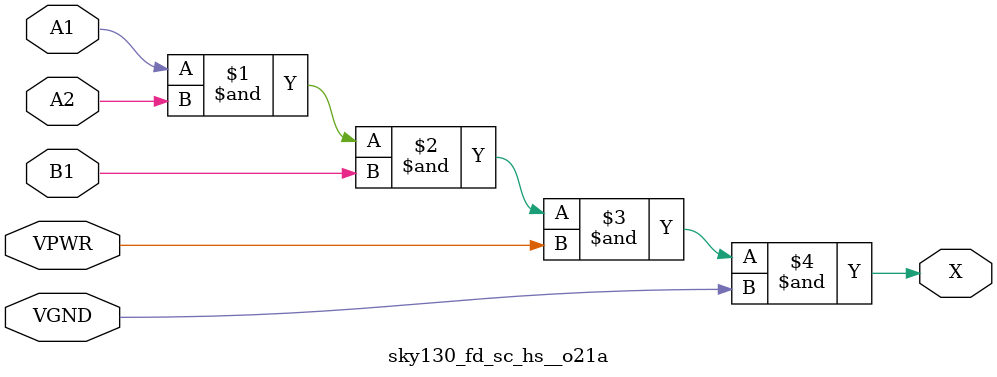
<source format=v>
module sky130_fd_sc_hs__o21a (
    X   ,
    A1  ,
    A2  ,
    B1  ,
    VPWR,
    VGND
);

    output X   ;
    input  A1  ;
    input  A2  ;
    input  B1  ;
    input  VPWR;
    input  VGND;

    assign X = (A1 & A2 & B1 & VPWR & VGND);

endmodule
</source>
